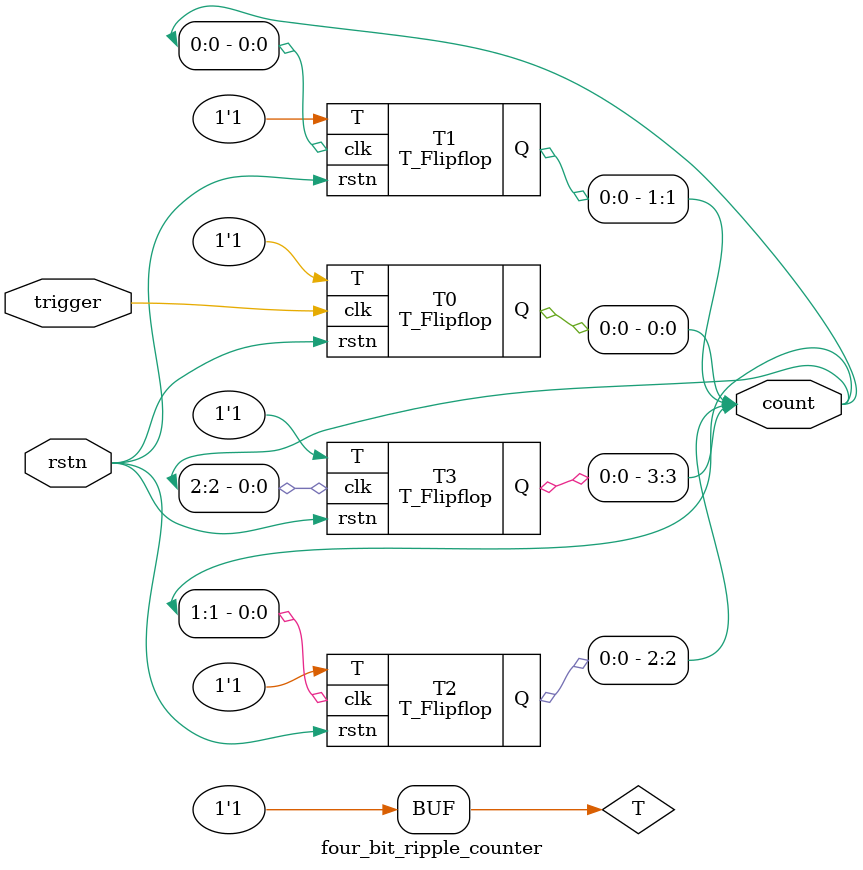
<source format=sv>

`timescale 1ns / 1ps
module T_Flipflop(
input logic T ,clk,rstn,
output logic Q
);
  always_ff @(negedge clk or negedge rstn) begin
    if (!rstn) Q<= 0;
    else if (T) Q<=~Q;
  end
endmodule
module four_bit_ripple_counter(
  input trigger, rstn,
  output logic [3:0] count
);
  logic T=1;
  
  T_Flipflop T0 (.T(T), .clk(trigger), .rstn(rstn), .Q(count[0]));
  T_Flipflop T1 (.T(T), .clk(count[0]), .rstn(rstn), .Q(count[1]));
  T_Flipflop T2 (.T(T), .clk(count[1]), .rstn(rstn), .Q(count[2]));
  T_Flipflop T3 (.T(T), .clk(count[2]), .rstn(rstn), .Q(count[3]));
endmodule

</source>
